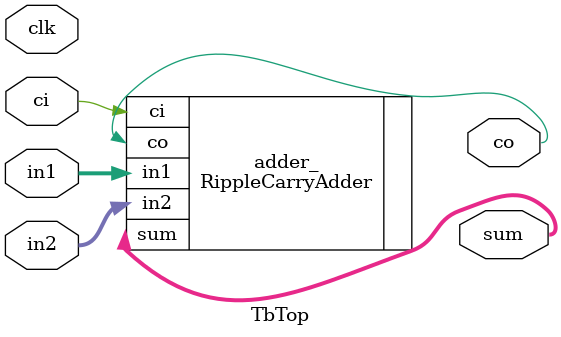
<source format=sv>
/* Verilog TB top module.
 *
 * Copyright Igor Lesik 2020.
 *
 * External C-TB drives the inputs and checks the outputs.
 */
module TbTop #(
    localparam WIDTH = 64
)(
    input  wire             clk,
    input  wire [WIDTH-1:0] in1,
    input  wire [WIDTH-1:0] in2,
    input  wire             ci,
    output reg  [WIDTH-1:0] sum,
    output reg              co
);

    RippleCarryAdder#(.WIDTH(WIDTH))
        adder_(.in1(in1),
               .in2(in2),
               .ci(ci),
               .co(co),
               .sum(sum)
    );

endmodule: TbTop

</source>
